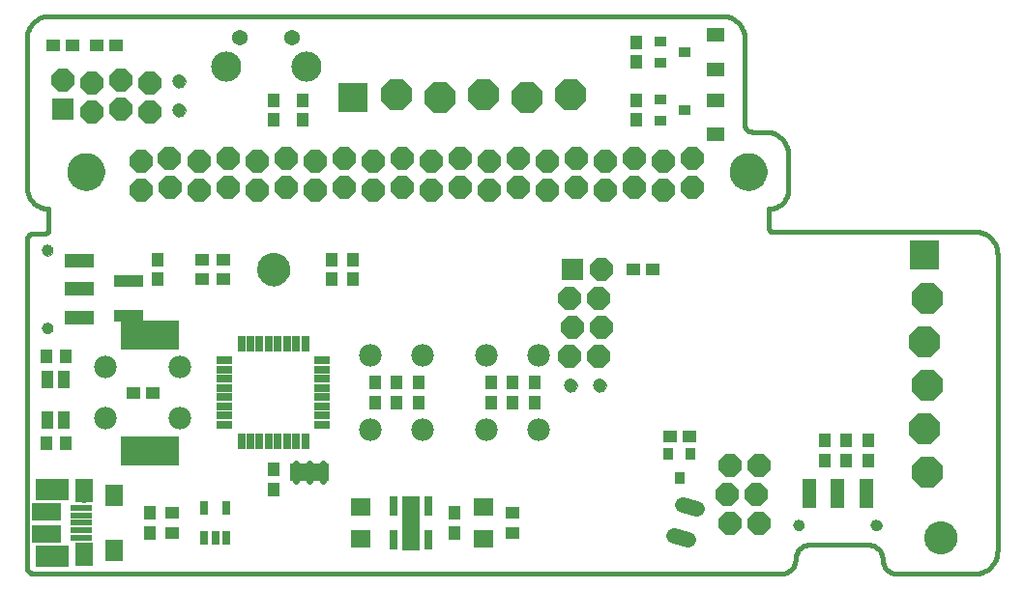
<source format=gts>
G75*
%MOIN*%
%OFA0B0*%
%FSLAX24Y24*%
%IPPOS*%
%LPD*%
%AMOC8*
5,1,8,0,0,1.08239X$1,22.5*
%
%ADD10C,0.0160*%
%ADD11C,0.0000*%
%ADD12C,0.1142*%
%ADD13R,0.0257X0.0512*%
%ADD14R,0.0264X0.0690*%
%ADD15R,0.0590X0.1890*%
%ADD16R,0.0434X0.0473*%
%ADD17R,0.0434X0.0631*%
%ADD18R,0.0473X0.0434*%
%ADD19R,0.1024X0.0434*%
%ADD20R,0.0670X0.0591*%
%ADD21R,0.0780X0.0780*%
%ADD22OC8,0.0780*%
%ADD23C,0.0473*%
%ADD24R,0.2040X0.1040*%
%ADD25R,0.0619X0.0737*%
%ADD26C,0.1300*%
%ADD27C,0.0780*%
%ADD28R,0.0394X0.0355*%
%ADD29R,0.0591X0.0512*%
%ADD30OC8,0.1040*%
%ADD31R,0.1040X0.1040*%
%ADD32C,0.0540*%
%ADD33C,0.0540*%
%ADD34C,0.1040*%
%ADD35R,0.0355X0.0394*%
%ADD36R,0.0260X0.0540*%
%ADD37R,0.0540X0.0260*%
%ADD38C,0.0217*%
%ADD39R,0.1376X0.0604*%
%ADD40R,0.1024X0.0512*%
%ADD41C,0.0394*%
%ADD42R,0.0512X0.1024*%
%ADD43R,0.0729X0.0197*%
%ADD44R,0.1024X0.0601*%
%ADD45R,0.1182X0.0749*%
%ADD46R,0.0591X0.0827*%
%ADD47C,0.0612*%
%ADD48C,0.0553*%
D10*
X007340Y002680D02*
X007340Y013930D01*
X007342Y013960D01*
X007347Y013990D01*
X007356Y014019D01*
X007369Y014046D01*
X007384Y014072D01*
X007403Y014096D01*
X007424Y014117D01*
X007448Y014136D01*
X007474Y014151D01*
X007501Y014164D01*
X007530Y014173D01*
X007560Y014178D01*
X007590Y014180D01*
X007990Y014180D01*
X008007Y014182D01*
X008024Y014186D01*
X008040Y014193D01*
X008054Y014203D01*
X008067Y014216D01*
X008077Y014230D01*
X008084Y014246D01*
X008088Y014263D01*
X008090Y014280D01*
X008090Y015028D01*
X008036Y015030D01*
X007983Y015036D01*
X007931Y015045D01*
X007879Y015058D01*
X007828Y015075D01*
X007778Y015096D01*
X007731Y015120D01*
X007685Y015147D01*
X007641Y015178D01*
X007599Y015211D01*
X007560Y015248D01*
X007523Y015287D01*
X007490Y015329D01*
X007459Y015373D01*
X007432Y015419D01*
X007408Y015466D01*
X007387Y015516D01*
X007370Y015567D01*
X007357Y015619D01*
X007348Y015671D01*
X007342Y015724D01*
X007340Y015778D01*
X007340Y020893D01*
X007342Y020947D01*
X007347Y021000D01*
X007356Y021053D01*
X007369Y021105D01*
X007385Y021157D01*
X007405Y021207D01*
X007428Y021255D01*
X007455Y021302D01*
X007484Y021347D01*
X007517Y021390D01*
X007552Y021430D01*
X007590Y021468D01*
X007630Y021503D01*
X007673Y021536D01*
X007718Y021565D01*
X007765Y021592D01*
X007813Y021615D01*
X007863Y021635D01*
X007915Y021651D01*
X007967Y021664D01*
X008020Y021673D01*
X008073Y021678D01*
X008127Y021680D01*
X031302Y021680D01*
X031356Y021678D01*
X031409Y021673D01*
X031462Y021664D01*
X031514Y021651D01*
X031566Y021635D01*
X031616Y021615D01*
X031664Y021592D01*
X031711Y021565D01*
X031756Y021536D01*
X031799Y021503D01*
X031839Y021468D01*
X031877Y021430D01*
X031912Y021390D01*
X031945Y021347D01*
X031974Y021302D01*
X032001Y021255D01*
X032024Y021207D01*
X032044Y021157D01*
X032060Y021105D01*
X032073Y021053D01*
X032082Y021000D01*
X032087Y020947D01*
X032089Y020893D01*
X032090Y020893D02*
X032090Y017930D01*
X032092Y017900D01*
X032097Y017870D01*
X032106Y017841D01*
X032119Y017814D01*
X032134Y017788D01*
X032153Y017764D01*
X032174Y017743D01*
X032198Y017724D01*
X032224Y017709D01*
X032251Y017696D01*
X032280Y017687D01*
X032310Y017682D01*
X032340Y017680D01*
X032802Y017680D01*
X032856Y017678D01*
X032909Y017673D01*
X032962Y017664D01*
X033014Y017651D01*
X033066Y017635D01*
X033116Y017615D01*
X033164Y017592D01*
X033211Y017565D01*
X033256Y017536D01*
X033299Y017503D01*
X033339Y017468D01*
X033377Y017430D01*
X033412Y017390D01*
X033445Y017347D01*
X033474Y017302D01*
X033501Y017255D01*
X033524Y017207D01*
X033544Y017157D01*
X033560Y017105D01*
X033573Y017053D01*
X033582Y017000D01*
X033587Y016947D01*
X033589Y016893D01*
X033590Y016893D02*
X033590Y015688D01*
X033589Y015688D02*
X033587Y015639D01*
X033582Y015590D01*
X033572Y015541D01*
X033560Y015494D01*
X033543Y015447D01*
X033524Y015402D01*
X033501Y015359D01*
X033474Y015317D01*
X033445Y015277D01*
X033413Y015240D01*
X033378Y015205D01*
X033341Y015173D01*
X033301Y015144D01*
X033260Y015117D01*
X033216Y015094D01*
X033171Y015075D01*
X033124Y015058D01*
X033077Y015046D01*
X033028Y015036D01*
X032979Y015031D01*
X032930Y015029D01*
X032930Y015028D02*
X032930Y014341D01*
X032932Y014324D01*
X032936Y014307D01*
X032943Y014291D01*
X032953Y014277D01*
X032966Y014264D01*
X032980Y014254D01*
X032996Y014247D01*
X033013Y014243D01*
X033030Y014241D01*
X040017Y014241D01*
X040071Y014239D01*
X040124Y014234D01*
X040177Y014225D01*
X040229Y014212D01*
X040281Y014196D01*
X040331Y014176D01*
X040379Y014153D01*
X040426Y014126D01*
X040471Y014097D01*
X040514Y014064D01*
X040554Y014029D01*
X040592Y013991D01*
X040627Y013951D01*
X040660Y013908D01*
X040689Y013863D01*
X040716Y013816D01*
X040739Y013768D01*
X040759Y013718D01*
X040775Y013666D01*
X040788Y013614D01*
X040797Y013561D01*
X040802Y013508D01*
X040804Y013454D01*
X040804Y003217D01*
X040802Y003163D01*
X040797Y003110D01*
X040788Y003057D01*
X040775Y003005D01*
X040759Y002953D01*
X040739Y002903D01*
X040716Y002855D01*
X040689Y002808D01*
X040660Y002763D01*
X040627Y002720D01*
X040592Y002680D01*
X040554Y002642D01*
X040514Y002607D01*
X040471Y002574D01*
X040426Y002545D01*
X040379Y002518D01*
X040331Y002495D01*
X040281Y002475D01*
X040229Y002459D01*
X040177Y002446D01*
X040124Y002437D01*
X040071Y002432D01*
X040017Y002430D01*
X037340Y002430D01*
X037296Y002432D01*
X037253Y002438D01*
X037211Y002447D01*
X037169Y002460D01*
X037129Y002477D01*
X037090Y002497D01*
X037053Y002520D01*
X037019Y002547D01*
X036986Y002576D01*
X036957Y002609D01*
X036930Y002643D01*
X036907Y002680D01*
X036887Y002719D01*
X036870Y002759D01*
X036857Y002801D01*
X036848Y002843D01*
X036842Y002886D01*
X036840Y002930D01*
X036838Y002974D01*
X036832Y003017D01*
X036823Y003059D01*
X036810Y003101D01*
X036793Y003141D01*
X036773Y003180D01*
X036750Y003217D01*
X036723Y003251D01*
X036694Y003284D01*
X036661Y003313D01*
X036627Y003340D01*
X036590Y003363D01*
X036551Y003383D01*
X036511Y003400D01*
X036469Y003413D01*
X036427Y003422D01*
X036384Y003428D01*
X036340Y003430D01*
X034340Y003430D01*
X034296Y003428D01*
X034253Y003422D01*
X034211Y003413D01*
X034169Y003400D01*
X034129Y003383D01*
X034090Y003363D01*
X034053Y003340D01*
X034019Y003313D01*
X033986Y003284D01*
X033957Y003251D01*
X033930Y003217D01*
X033907Y003180D01*
X033887Y003141D01*
X033870Y003101D01*
X033857Y003059D01*
X033848Y003017D01*
X033842Y002974D01*
X033840Y002930D01*
X033838Y002886D01*
X033832Y002843D01*
X033823Y002801D01*
X033810Y002759D01*
X033793Y002719D01*
X033773Y002680D01*
X033750Y002643D01*
X033723Y002609D01*
X033694Y002576D01*
X033661Y002547D01*
X033627Y002520D01*
X033590Y002497D01*
X033551Y002477D01*
X033511Y002460D01*
X033469Y002447D01*
X033427Y002438D01*
X033384Y002432D01*
X033340Y002430D01*
X007590Y002430D01*
X007560Y002432D01*
X007530Y002437D01*
X007501Y002446D01*
X007474Y002459D01*
X007448Y002474D01*
X007424Y002493D01*
X007403Y002514D01*
X007384Y002538D01*
X007369Y002564D01*
X007356Y002591D01*
X007347Y002620D01*
X007342Y002650D01*
X007340Y002680D01*
D11*
X007880Y010910D02*
X007882Y010936D01*
X007888Y010962D01*
X007898Y010987D01*
X007911Y011010D01*
X007927Y011030D01*
X007947Y011048D01*
X007969Y011063D01*
X007992Y011075D01*
X008018Y011083D01*
X008044Y011087D01*
X008070Y011087D01*
X008096Y011083D01*
X008122Y011075D01*
X008146Y011063D01*
X008167Y011048D01*
X008187Y011030D01*
X008203Y011010D01*
X008216Y010987D01*
X008226Y010962D01*
X008232Y010936D01*
X008234Y010910D01*
X008232Y010884D01*
X008226Y010858D01*
X008216Y010833D01*
X008203Y010810D01*
X008187Y010790D01*
X008167Y010772D01*
X008145Y010757D01*
X008122Y010745D01*
X008096Y010737D01*
X008070Y010733D01*
X008044Y010733D01*
X008018Y010737D01*
X007992Y010745D01*
X007968Y010757D01*
X007947Y010772D01*
X007927Y010790D01*
X007911Y010810D01*
X007898Y010833D01*
X007888Y010858D01*
X007882Y010884D01*
X007880Y010910D01*
X007880Y013587D02*
X007882Y013613D01*
X007888Y013639D01*
X007898Y013664D01*
X007911Y013687D01*
X007927Y013707D01*
X007947Y013725D01*
X007969Y013740D01*
X007992Y013752D01*
X008018Y013760D01*
X008044Y013764D01*
X008070Y013764D01*
X008096Y013760D01*
X008122Y013752D01*
X008146Y013740D01*
X008167Y013725D01*
X008187Y013707D01*
X008203Y013687D01*
X008216Y013664D01*
X008226Y013639D01*
X008232Y013613D01*
X008234Y013587D01*
X008232Y013561D01*
X008226Y013535D01*
X008216Y013510D01*
X008203Y013487D01*
X008187Y013467D01*
X008167Y013449D01*
X008145Y013434D01*
X008122Y013422D01*
X008096Y013414D01*
X008070Y013410D01*
X008044Y013410D01*
X008018Y013414D01*
X007992Y013422D01*
X007968Y013434D01*
X007947Y013449D01*
X007927Y013467D01*
X007911Y013487D01*
X007898Y013510D01*
X007888Y013535D01*
X007882Y013561D01*
X007880Y013587D01*
X008747Y016308D02*
X008749Y016358D01*
X008755Y016408D01*
X008765Y016457D01*
X008779Y016505D01*
X008796Y016552D01*
X008817Y016597D01*
X008842Y016641D01*
X008870Y016682D01*
X008902Y016721D01*
X008936Y016758D01*
X008973Y016792D01*
X009013Y016822D01*
X009055Y016849D01*
X009099Y016873D01*
X009145Y016894D01*
X009192Y016910D01*
X009240Y016923D01*
X009290Y016932D01*
X009339Y016937D01*
X009390Y016938D01*
X009440Y016935D01*
X009489Y016928D01*
X009538Y016917D01*
X009586Y016902D01*
X009632Y016884D01*
X009677Y016862D01*
X009720Y016836D01*
X009761Y016807D01*
X009800Y016775D01*
X009836Y016740D01*
X009868Y016702D01*
X009898Y016662D01*
X009925Y016619D01*
X009948Y016575D01*
X009967Y016529D01*
X009983Y016481D01*
X009995Y016432D01*
X010003Y016383D01*
X010007Y016333D01*
X010007Y016283D01*
X010003Y016233D01*
X009995Y016184D01*
X009983Y016135D01*
X009967Y016087D01*
X009948Y016041D01*
X009925Y015997D01*
X009898Y015954D01*
X009868Y015914D01*
X009836Y015876D01*
X009800Y015841D01*
X009761Y015809D01*
X009720Y015780D01*
X009677Y015754D01*
X009632Y015732D01*
X009586Y015714D01*
X009538Y015699D01*
X009489Y015688D01*
X009440Y015681D01*
X009390Y015678D01*
X009339Y015679D01*
X009290Y015684D01*
X009240Y015693D01*
X009192Y015706D01*
X009145Y015722D01*
X009099Y015743D01*
X009055Y015767D01*
X009013Y015794D01*
X008973Y015824D01*
X008936Y015858D01*
X008902Y015895D01*
X008870Y015934D01*
X008842Y015975D01*
X008817Y016019D01*
X008796Y016064D01*
X008779Y016111D01*
X008765Y016159D01*
X008755Y016208D01*
X008749Y016258D01*
X008747Y016308D01*
X012373Y018430D02*
X012375Y018459D01*
X012381Y018487D01*
X012390Y018515D01*
X012403Y018541D01*
X012420Y018564D01*
X012439Y018586D01*
X012461Y018605D01*
X012486Y018620D01*
X012512Y018633D01*
X012540Y018641D01*
X012568Y018646D01*
X012597Y018647D01*
X012626Y018644D01*
X012654Y018637D01*
X012681Y018627D01*
X012707Y018613D01*
X012730Y018596D01*
X012751Y018576D01*
X012769Y018553D01*
X012784Y018528D01*
X012795Y018501D01*
X012803Y018473D01*
X012807Y018444D01*
X012807Y018416D01*
X012803Y018387D01*
X012795Y018359D01*
X012784Y018332D01*
X012769Y018307D01*
X012751Y018284D01*
X012730Y018264D01*
X012707Y018247D01*
X012681Y018233D01*
X012654Y018223D01*
X012626Y018216D01*
X012597Y018213D01*
X012568Y018214D01*
X012540Y018219D01*
X012512Y018227D01*
X012486Y018240D01*
X012461Y018255D01*
X012439Y018274D01*
X012420Y018296D01*
X012403Y018319D01*
X012390Y018345D01*
X012381Y018373D01*
X012375Y018401D01*
X012373Y018430D01*
X012373Y019430D02*
X012375Y019459D01*
X012381Y019487D01*
X012390Y019515D01*
X012403Y019541D01*
X012420Y019564D01*
X012439Y019586D01*
X012461Y019605D01*
X012486Y019620D01*
X012512Y019633D01*
X012540Y019641D01*
X012568Y019646D01*
X012597Y019647D01*
X012626Y019644D01*
X012654Y019637D01*
X012681Y019627D01*
X012707Y019613D01*
X012730Y019596D01*
X012751Y019576D01*
X012769Y019553D01*
X012784Y019528D01*
X012795Y019501D01*
X012803Y019473D01*
X012807Y019444D01*
X012807Y019416D01*
X012803Y019387D01*
X012795Y019359D01*
X012784Y019332D01*
X012769Y019307D01*
X012751Y019284D01*
X012730Y019264D01*
X012707Y019247D01*
X012681Y019233D01*
X012654Y019223D01*
X012626Y019216D01*
X012597Y019213D01*
X012568Y019214D01*
X012540Y019219D01*
X012512Y019227D01*
X012486Y019240D01*
X012461Y019255D01*
X012439Y019274D01*
X012420Y019296D01*
X012403Y019319D01*
X012390Y019345D01*
X012381Y019373D01*
X012375Y019401D01*
X012373Y019430D01*
X015289Y012930D02*
X015291Y012977D01*
X015297Y013023D01*
X015307Y013069D01*
X015320Y013114D01*
X015338Y013157D01*
X015359Y013199D01*
X015383Y013239D01*
X015411Y013276D01*
X015442Y013311D01*
X015476Y013344D01*
X015512Y013373D01*
X015551Y013399D01*
X015592Y013422D01*
X015635Y013441D01*
X015679Y013457D01*
X015724Y013469D01*
X015770Y013477D01*
X015817Y013481D01*
X015863Y013481D01*
X015910Y013477D01*
X015956Y013469D01*
X016001Y013457D01*
X016045Y013441D01*
X016088Y013422D01*
X016129Y013399D01*
X016168Y013373D01*
X016204Y013344D01*
X016238Y013311D01*
X016269Y013276D01*
X016297Y013239D01*
X016321Y013199D01*
X016342Y013157D01*
X016360Y013114D01*
X016373Y013069D01*
X016383Y013023D01*
X016389Y012977D01*
X016391Y012930D01*
X016389Y012883D01*
X016383Y012837D01*
X016373Y012791D01*
X016360Y012746D01*
X016342Y012703D01*
X016321Y012661D01*
X016297Y012621D01*
X016269Y012584D01*
X016238Y012549D01*
X016204Y012516D01*
X016168Y012487D01*
X016129Y012461D01*
X016088Y012438D01*
X016045Y012419D01*
X016001Y012403D01*
X015956Y012391D01*
X015910Y012383D01*
X015863Y012379D01*
X015817Y012379D01*
X015770Y012383D01*
X015724Y012391D01*
X015679Y012403D01*
X015635Y012419D01*
X015592Y012438D01*
X015551Y012461D01*
X015512Y012487D01*
X015476Y012516D01*
X015442Y012549D01*
X015411Y012584D01*
X015383Y012621D01*
X015359Y012661D01*
X015338Y012703D01*
X015320Y012746D01*
X015307Y012791D01*
X015297Y012837D01*
X015291Y012883D01*
X015289Y012930D01*
X025873Y008930D02*
X025875Y008959D01*
X025881Y008987D01*
X025890Y009015D01*
X025903Y009041D01*
X025920Y009064D01*
X025939Y009086D01*
X025961Y009105D01*
X025986Y009120D01*
X026012Y009133D01*
X026040Y009141D01*
X026068Y009146D01*
X026097Y009147D01*
X026126Y009144D01*
X026154Y009137D01*
X026181Y009127D01*
X026207Y009113D01*
X026230Y009096D01*
X026251Y009076D01*
X026269Y009053D01*
X026284Y009028D01*
X026295Y009001D01*
X026303Y008973D01*
X026307Y008944D01*
X026307Y008916D01*
X026303Y008887D01*
X026295Y008859D01*
X026284Y008832D01*
X026269Y008807D01*
X026251Y008784D01*
X026230Y008764D01*
X026207Y008747D01*
X026181Y008733D01*
X026154Y008723D01*
X026126Y008716D01*
X026097Y008713D01*
X026068Y008714D01*
X026040Y008719D01*
X026012Y008727D01*
X025986Y008740D01*
X025961Y008755D01*
X025939Y008774D01*
X025920Y008796D01*
X025903Y008819D01*
X025890Y008845D01*
X025881Y008873D01*
X025875Y008901D01*
X025873Y008930D01*
X026873Y008930D02*
X026875Y008959D01*
X026881Y008987D01*
X026890Y009015D01*
X026903Y009041D01*
X026920Y009064D01*
X026939Y009086D01*
X026961Y009105D01*
X026986Y009120D01*
X027012Y009133D01*
X027040Y009141D01*
X027068Y009146D01*
X027097Y009147D01*
X027126Y009144D01*
X027154Y009137D01*
X027181Y009127D01*
X027207Y009113D01*
X027230Y009096D01*
X027251Y009076D01*
X027269Y009053D01*
X027284Y009028D01*
X027295Y009001D01*
X027303Y008973D01*
X027307Y008944D01*
X027307Y008916D01*
X027303Y008887D01*
X027295Y008859D01*
X027284Y008832D01*
X027269Y008807D01*
X027251Y008784D01*
X027230Y008764D01*
X027207Y008747D01*
X027181Y008733D01*
X027154Y008723D01*
X027126Y008716D01*
X027097Y008713D01*
X027068Y008714D01*
X027040Y008719D01*
X027012Y008727D01*
X026986Y008740D01*
X026961Y008755D01*
X026939Y008774D01*
X026920Y008796D01*
X026903Y008819D01*
X026890Y008845D01*
X026881Y008873D01*
X026875Y008901D01*
X026873Y008930D01*
X033777Y004103D02*
X033779Y004129D01*
X033785Y004155D01*
X033795Y004180D01*
X033808Y004203D01*
X033824Y004223D01*
X033844Y004241D01*
X033866Y004256D01*
X033889Y004268D01*
X033915Y004276D01*
X033941Y004280D01*
X033967Y004280D01*
X033993Y004276D01*
X034019Y004268D01*
X034043Y004256D01*
X034064Y004241D01*
X034084Y004223D01*
X034100Y004203D01*
X034113Y004180D01*
X034123Y004155D01*
X034129Y004129D01*
X034131Y004103D01*
X034129Y004077D01*
X034123Y004051D01*
X034113Y004026D01*
X034100Y004003D01*
X034084Y003983D01*
X034064Y003965D01*
X034042Y003950D01*
X034019Y003938D01*
X033993Y003930D01*
X033967Y003926D01*
X033941Y003926D01*
X033915Y003930D01*
X033889Y003938D01*
X033865Y003950D01*
X033844Y003965D01*
X033824Y003983D01*
X033808Y004003D01*
X033795Y004026D01*
X033785Y004051D01*
X033779Y004077D01*
X033777Y004103D01*
X036454Y004103D02*
X036456Y004129D01*
X036462Y004155D01*
X036472Y004180D01*
X036485Y004203D01*
X036501Y004223D01*
X036521Y004241D01*
X036543Y004256D01*
X036566Y004268D01*
X036592Y004276D01*
X036618Y004280D01*
X036644Y004280D01*
X036670Y004276D01*
X036696Y004268D01*
X036720Y004256D01*
X036741Y004241D01*
X036761Y004223D01*
X036777Y004203D01*
X036790Y004180D01*
X036800Y004155D01*
X036806Y004129D01*
X036808Y004103D01*
X036806Y004077D01*
X036800Y004051D01*
X036790Y004026D01*
X036777Y004003D01*
X036761Y003983D01*
X036741Y003965D01*
X036719Y003950D01*
X036696Y003938D01*
X036670Y003930D01*
X036644Y003926D01*
X036618Y003926D01*
X036592Y003930D01*
X036566Y003938D01*
X036542Y003950D01*
X036521Y003965D01*
X036501Y003983D01*
X036485Y004003D01*
X036472Y004026D01*
X036462Y004051D01*
X036456Y004077D01*
X036454Y004103D01*
X038289Y003680D02*
X038291Y003727D01*
X038297Y003773D01*
X038307Y003819D01*
X038320Y003864D01*
X038338Y003907D01*
X038359Y003949D01*
X038383Y003989D01*
X038411Y004026D01*
X038442Y004061D01*
X038476Y004094D01*
X038512Y004123D01*
X038551Y004149D01*
X038592Y004172D01*
X038635Y004191D01*
X038679Y004207D01*
X038724Y004219D01*
X038770Y004227D01*
X038817Y004231D01*
X038863Y004231D01*
X038910Y004227D01*
X038956Y004219D01*
X039001Y004207D01*
X039045Y004191D01*
X039088Y004172D01*
X039129Y004149D01*
X039168Y004123D01*
X039204Y004094D01*
X039238Y004061D01*
X039269Y004026D01*
X039297Y003989D01*
X039321Y003949D01*
X039342Y003907D01*
X039360Y003864D01*
X039373Y003819D01*
X039383Y003773D01*
X039389Y003727D01*
X039391Y003680D01*
X039389Y003633D01*
X039383Y003587D01*
X039373Y003541D01*
X039360Y003496D01*
X039342Y003453D01*
X039321Y003411D01*
X039297Y003371D01*
X039269Y003334D01*
X039238Y003299D01*
X039204Y003266D01*
X039168Y003237D01*
X039129Y003211D01*
X039088Y003188D01*
X039045Y003169D01*
X039001Y003153D01*
X038956Y003141D01*
X038910Y003133D01*
X038863Y003129D01*
X038817Y003129D01*
X038770Y003133D01*
X038724Y003141D01*
X038679Y003153D01*
X038635Y003169D01*
X038592Y003188D01*
X038551Y003211D01*
X038512Y003237D01*
X038476Y003266D01*
X038442Y003299D01*
X038411Y003334D01*
X038383Y003371D01*
X038359Y003411D01*
X038338Y003453D01*
X038320Y003496D01*
X038307Y003541D01*
X038297Y003587D01*
X038291Y003633D01*
X038289Y003680D01*
X031582Y016308D02*
X031584Y016358D01*
X031590Y016408D01*
X031600Y016457D01*
X031614Y016505D01*
X031631Y016552D01*
X031652Y016597D01*
X031677Y016641D01*
X031705Y016682D01*
X031737Y016721D01*
X031771Y016758D01*
X031808Y016792D01*
X031848Y016822D01*
X031890Y016849D01*
X031934Y016873D01*
X031980Y016894D01*
X032027Y016910D01*
X032075Y016923D01*
X032125Y016932D01*
X032174Y016937D01*
X032225Y016938D01*
X032275Y016935D01*
X032324Y016928D01*
X032373Y016917D01*
X032421Y016902D01*
X032467Y016884D01*
X032512Y016862D01*
X032555Y016836D01*
X032596Y016807D01*
X032635Y016775D01*
X032671Y016740D01*
X032703Y016702D01*
X032733Y016662D01*
X032760Y016619D01*
X032783Y016575D01*
X032802Y016529D01*
X032818Y016481D01*
X032830Y016432D01*
X032838Y016383D01*
X032842Y016333D01*
X032842Y016283D01*
X032838Y016233D01*
X032830Y016184D01*
X032818Y016135D01*
X032802Y016087D01*
X032783Y016041D01*
X032760Y015997D01*
X032733Y015954D01*
X032703Y015914D01*
X032671Y015876D01*
X032635Y015841D01*
X032596Y015809D01*
X032555Y015780D01*
X032512Y015754D01*
X032467Y015732D01*
X032421Y015714D01*
X032373Y015699D01*
X032324Y015688D01*
X032275Y015681D01*
X032225Y015678D01*
X032174Y015679D01*
X032125Y015684D01*
X032075Y015693D01*
X032027Y015706D01*
X031980Y015722D01*
X031934Y015743D01*
X031890Y015767D01*
X031848Y015794D01*
X031808Y015824D01*
X031771Y015858D01*
X031737Y015895D01*
X031705Y015934D01*
X031677Y015975D01*
X031652Y016019D01*
X031631Y016064D01*
X031614Y016111D01*
X031600Y016159D01*
X031590Y016208D01*
X031584Y016258D01*
X031582Y016308D01*
D12*
X038840Y003680D03*
X015840Y012930D03*
D13*
X014214Y004692D03*
X013466Y004692D03*
X013466Y003668D03*
X013840Y003668D03*
X014214Y003668D03*
D14*
X019999Y003589D03*
X021180Y003589D03*
X021180Y004771D03*
X019999Y004771D03*
D15*
X020590Y004180D03*
D16*
X022090Y003845D03*
X022090Y004515D03*
X023340Y008345D03*
X023340Y009015D03*
X024090Y009015D03*
X024090Y008345D03*
X024840Y008345D03*
X024840Y009015D03*
X020840Y009015D03*
X020840Y008345D03*
X020090Y008345D03*
X019340Y008345D03*
X019340Y009015D03*
X020090Y009015D03*
X018590Y012595D03*
X018590Y013265D03*
X017840Y013265D03*
X017840Y012595D03*
X011840Y012595D03*
X011840Y013265D03*
X008674Y009930D03*
X008005Y009930D03*
X008005Y006930D03*
X008674Y006930D03*
X011590Y004515D03*
X011590Y003845D03*
X015840Y005345D03*
X015840Y006015D03*
X015840Y018095D03*
X015840Y018765D03*
X016840Y018765D03*
X016840Y018095D03*
X028340Y018095D03*
X028340Y018765D03*
X028340Y020095D03*
X028340Y020765D03*
X034840Y007015D03*
X034840Y006345D03*
X035590Y006345D03*
X036340Y006345D03*
X036340Y007015D03*
X035590Y007015D03*
D17*
X008615Y007741D03*
X008064Y007741D03*
X008064Y009119D03*
X008615Y009119D03*
D18*
X011005Y008680D03*
X011674Y008680D03*
X013377Y012595D03*
X013377Y013265D03*
X014127Y013265D03*
X014127Y012595D03*
X012340Y004515D03*
X012340Y003845D03*
X024090Y003845D03*
X024090Y004515D03*
X029505Y007180D03*
X030174Y007180D03*
X028924Y012930D03*
X028255Y012930D03*
X010424Y020680D03*
X009755Y020680D03*
X008924Y020680D03*
X008255Y020680D03*
D19*
X010840Y012521D03*
X010840Y011339D03*
D20*
X018840Y004731D03*
X018840Y003629D03*
X023090Y003629D03*
X023090Y004731D03*
D21*
X026140Y012930D03*
X008590Y018480D03*
D22*
X009590Y018380D03*
X010590Y018480D03*
X011590Y018380D03*
X011590Y019380D03*
X010590Y019480D03*
X009590Y019380D03*
X008590Y019480D03*
X011279Y016660D03*
X012263Y016760D03*
X013279Y016660D03*
X014279Y016760D03*
X014279Y015760D03*
X013279Y015660D03*
X012279Y015760D03*
X011279Y015660D03*
X015279Y015660D03*
X016279Y015760D03*
X017279Y015660D03*
X018279Y015760D03*
X019279Y015660D03*
X019279Y016660D03*
X018279Y016760D03*
X017279Y016660D03*
X016279Y016760D03*
X015279Y016660D03*
X020279Y016760D03*
X021279Y016660D03*
X022279Y016760D03*
X023279Y016660D03*
X023279Y015660D03*
X022279Y015760D03*
X021279Y015660D03*
X020279Y015760D03*
X024279Y015760D03*
X025279Y015660D03*
X026279Y015760D03*
X027279Y015660D03*
X028279Y015760D03*
X028279Y016760D03*
X027279Y016660D03*
X026279Y016760D03*
X025279Y016660D03*
X024279Y016760D03*
X027140Y012930D03*
X027040Y011930D03*
X027140Y010930D03*
X026140Y010930D03*
X026040Y011930D03*
X026040Y009930D03*
X027040Y009930D03*
X031590Y006180D03*
X032590Y006180D03*
X032490Y005180D03*
X031490Y005180D03*
X031590Y004180D03*
X032590Y004180D03*
X030279Y015760D03*
X029279Y015660D03*
X029279Y016660D03*
X030279Y016760D03*
D23*
X027090Y008930D03*
X026090Y008930D03*
X012590Y018430D03*
X012590Y019430D03*
D24*
X011590Y010680D03*
X011590Y006680D03*
D25*
X010340Y005125D03*
X010340Y003235D03*
D26*
X009377Y016308D03*
X032212Y016308D03*
D27*
X024980Y009960D03*
X023200Y009960D03*
X020980Y009960D03*
X019200Y009960D03*
X019200Y007400D03*
X020980Y007400D03*
X023200Y007400D03*
X024980Y007400D03*
X012620Y007790D03*
X012620Y009570D03*
X010060Y009570D03*
X010060Y007790D03*
D28*
X029196Y018056D03*
X029196Y018804D03*
X030023Y018430D03*
X029196Y020056D03*
X029196Y020804D03*
X030023Y020430D03*
D29*
X031090Y019839D03*
X031090Y018771D03*
X031090Y017589D03*
X031090Y021021D03*
D30*
X026090Y018980D03*
X024590Y018880D03*
X023090Y018980D03*
X021590Y018880D03*
X020090Y018980D03*
X038390Y011930D03*
X038290Y010430D03*
X038390Y008930D03*
X038290Y007430D03*
X038390Y005930D03*
D31*
X038290Y013430D03*
X018590Y018880D03*
D32*
X029953Y004784D02*
X030436Y004655D01*
X030152Y003592D02*
X029669Y003721D01*
D33*
X016480Y020920D03*
X014700Y020920D03*
D34*
X014210Y019940D03*
X016970Y019940D03*
D35*
X029466Y006574D03*
X030214Y006574D03*
X029840Y005747D03*
D36*
X016942Y006990D03*
X016627Y006990D03*
X016312Y006990D03*
X015997Y006990D03*
X015682Y006990D03*
X015367Y006990D03*
X015052Y006990D03*
X014737Y006990D03*
X014737Y010370D03*
X015052Y010370D03*
X015367Y010370D03*
X015682Y010370D03*
X015997Y010370D03*
X016312Y010370D03*
X016627Y010370D03*
X016942Y010370D03*
D37*
X017530Y009782D03*
X017530Y009467D03*
X017530Y009152D03*
X017530Y008837D03*
X017530Y008523D03*
X017530Y008208D03*
X017530Y007893D03*
X017530Y007578D03*
X014150Y007578D03*
X014150Y007893D03*
X014150Y008208D03*
X014150Y008523D03*
X014150Y008837D03*
X014150Y009152D03*
X014150Y009467D03*
X014150Y009782D03*
D38*
X016617Y005643D02*
X016617Y005643D01*
X016617Y006217D01*
X016617Y006217D01*
X016617Y005643D01*
X016617Y005859D02*
X016617Y005859D01*
X016617Y006075D02*
X016617Y006075D01*
X017090Y005643D02*
X017090Y005643D01*
X017090Y006217D01*
X017090Y006217D01*
X017090Y005643D01*
X017090Y005859D02*
X017090Y005859D01*
X017090Y006075D02*
X017090Y006075D01*
X017562Y005643D02*
X017562Y005643D01*
X017562Y006217D01*
X017562Y006217D01*
X017562Y005643D01*
X017562Y005859D02*
X017562Y005859D01*
X017562Y006075D02*
X017562Y006075D01*
D39*
X017089Y005929D03*
D40*
X009140Y011264D03*
X009140Y012248D03*
X009140Y013232D03*
D41*
X008057Y013587D03*
X008057Y010910D03*
X033954Y004103D03*
X036631Y004103D03*
D42*
X036277Y005186D03*
X035292Y005186D03*
X034308Y005186D03*
D43*
X009233Y004697D03*
X009233Y004441D03*
X009233Y004185D03*
X009233Y003929D03*
X009233Y003673D03*
D44*
X008023Y003807D03*
X008023Y004563D03*
D45*
X008233Y005327D03*
X008233Y003043D03*
D46*
X009332Y003083D03*
X009332Y005287D03*
D47*
X008121Y005258D03*
X008121Y003112D03*
D48*
X009314Y003230D03*
X009314Y005140D03*
M02*

</source>
